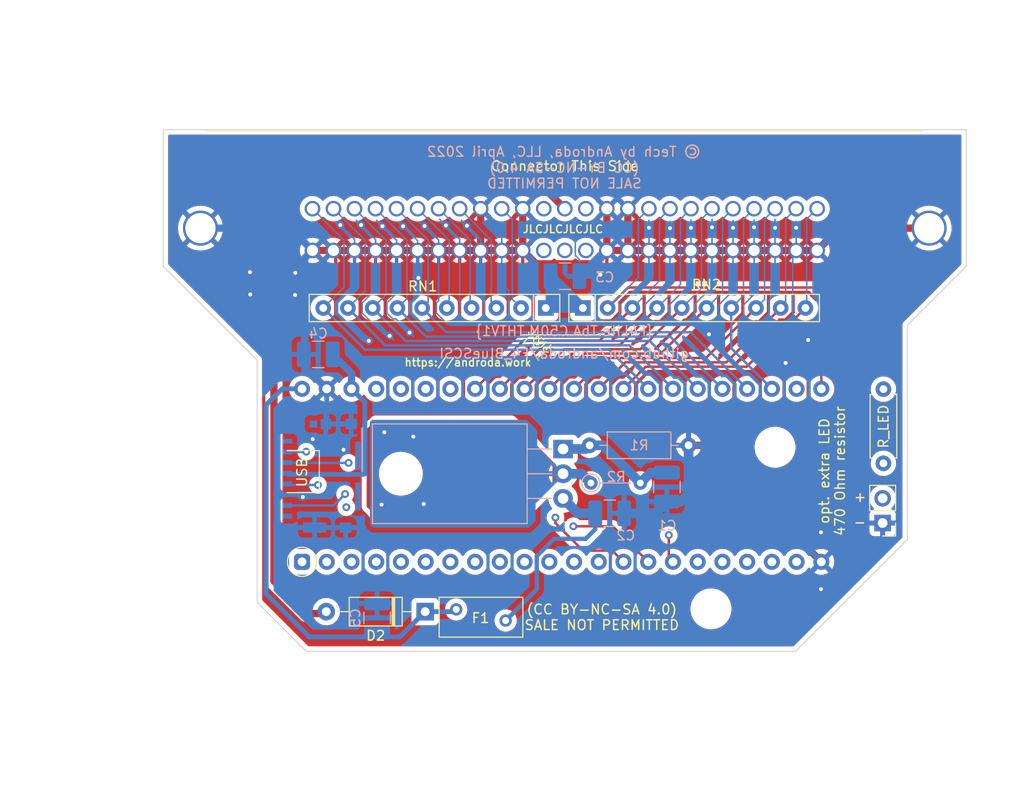
<source format=kicad_pcb>
(kicad_pcb (version 20211014) (generator pcbnew)
  (layers (0 "F.Cu" signal) (1 "In1.Cu" signal) (2 "In2.Cu" signal) (31 "B.Cu" signal) (34 "B.Paste" user) (35 "F.Paste" user) (36 "B.SilkS" user "B.Silkscreen") (37 "F.SilkS" user "F.Silkscreen") (38 "B.Mask" user) (39 "F.Mask" user) (44 "Edge.Cuts" user))
  (net 0 "")
  (net 1 "GND")
  (net 2 "+2V8")
  (net 3 "+5V")
  (net 4 "Net-(J5-Pad1)")
  (net 5 "Net-(J5-Pad8)")
  (net 6 "Net-(J5-Pad9)")
  (net 7 "SD_CS")
  (net 8 "SD_CLK")
  (net 9 "SD_MISO")
  (net 10 "SD_MOSI")
  (net 11 "ATN")
  (net 12 "BSY")
  (net 13 "DBP")
  (net 14 "ACK")
  (net 15 "RST")
  (net 16 "MSG")
  (net 17 "SEL")
  (net 18 "CD")
  (net 19 "REQ")
  (net 20 "IO")
  (net 21 "DB7")
  (net 22 "DB6")
  (net 23 "DB5")
  (net 24 "DB4")
  (net 25 "DB3")
  (net 26 "DB2")
  (net 27 "DB1")
  (net 28 "DB0")
  (net 29 "+3V3")
  (net 30 "+5VP")
  (net 31 "+5F")
  (net 32 "Net-(C1-Pad1)")
  (net 33 "Net-(R3-Pad1)")
  (net 34 "Net-(U2-Pad41)")
  (net 35 "Net-(U2-Pad40)")
  (net 36 "Net-(U2-Pad39)")
  (net 37 "Net-(U2-Pad38)")
  (net 38 "Net-(U2-Pad20)")
  (net 39 "Net-(U2-Pad19)")
  (net 40 "Net-(U2-Pad18)")
  (net 41 "Net-(U2-Pad17)")
  (net 42 "Net-(U2-Pad9)")
  (net 43 "Net-(U2-Pad8)")
  (net 44 "Net-(U2-Pad7)")
  (net 45 "Net-(U2-Pad6)")
  (net 46 "Net-(U2-Pad5)")
  (net 47 "Net-(U2-Pad4)")
  (net 48 "Net-(U2-Pad3)")
  (net 49 "Net-(U2-Pad2)")
  (net 50 "Net-(U2-Pad1)")
  (net 51 "Net-(J3-Pad2)")
  (net 52 "Net-(U3-Pad39)")
  (net 53 "Net-(U3-Pad37)")
  (net 54 "Net-(U3-Pad14)")
  (net 55 "Net-(U3-Pad13)")
  (net 56 "Net-(U3-Pad12)")
  (footprint "MountingHole:MountingHole_3.2mm_M3" (layer "F.Cu") (at 151.22144 79.13116)
    (fp_text reference "REF**" hide)
    (fp_text value "MountingHole_3.2mm_M3")
  )
  (footprint "MountingHole:MountingHole_3.2mm_M3" (layer "F.Cu") (at 157.80258 62.51448)
    (fp_text reference "REF**" hide)
    (fp_text value "MountingHole_3.2mm_M3")
  )
  (footprint "CustomFootprints:Fuse_BelFuse_0ZRE0005FF_L8.3mm_W3.8mm" (layer "F.Cu") (at 125.05182 79.1845)
    (fp_text reference "F1")
    (fp_text value "Polyfuse")
  )
  (footprint "CustomFootprints:SpaceshipBug" (layer "F.Cu") (at 136.57072 51.47056 -90)
    (fp_text reference "REF**" hide)
    (fp_text value "SpaceshipBug" hide)
  )
  (footprint "Resistor_THT:R_Array_SIP10" (layer "F.Cu") (at 134.2517 48.20412 180)
    (fp_text reference "RN1")
    (fp_text value "R_Network09")
  )
  (footprint "Resistor_THT:R_Array_SIP10" (layer "F.Cu") (at 138.0617 48.20412)
    (fp_text reference "RN2")
    (fp_text value "R_Network09")
  )
  (footprint "Diode_THT:D_A-405_P10.16mm_Horizontal" (layer "F.Cu") (at 121.86412 79.4131 180)
    (fp_text reference "D2")
    (fp_text value "D")
  )
  (footprint "CustomFootprints:F4Lite_Footprint" (layer "F.Cu") (at 106.676095 66.673742 90)
    (fp_text reference "U2" hide)
    (fp_text value "F4Lite_Footprint")
  )
  (footprint "CustomFootprints:Centronics50Male" (layer "F.Cu") (at 136.2075 25.12846)
    (fp_text reference "U3" hide)
    (fp_text value "Centronics50PinMale")
  )
  (footprint "Connector_PinHeader_2.54mm:PinHeader_1x02_P2.54mm_Vertical" (layer "F.Cu") (at 168.85412 70.3072 180)
    (fp_text reference "J3" hide)
    (fp_text value "Conn_01x02_Male")
  )
  (footprint "Resistor_THT:R_Axial_DIN0207_L6.3mm_D2.5mm_P7.62mm_Horizontal" (layer "F.Cu") (at 168.9354 56.54548 -90)
    (fp_text reference "R_LED")
    (fp_text value "R")
  )
  (footprint "Capacitor_SMD:C_1210_3225Metric_Pad1.42x2.65mm_HandSolder" (layer "B.Cu") (at 140.817835 69.302643)
    (fp_text reference "C2")
    (fp_text value "10uF")
  )
  (footprint "Capacitor_SMD:C_1210_3225Metric_Pad1.42x2.65mm_HandSolder" (layer "B.Cu") (at 136.22114 44.93768)
    (fp_text reference "C3")
    (fp_text value "10uF")
  )
  (footprint "CustomFootprints:microsd_molex_1051620001" (layer "B.Cu") (at 111.278573 65.553602 90)
    (fp_text reference "J5" hide)
    (fp_text value "MicroSD-105162-0001")
  )
  (footprint "Capacitor_SMD:C_1210_3225Metric_Pad1.42x2.65mm_HandSolder" (layer "B.Cu") (at 146.696334 66.608642 -90)
    (fp_text reference "C1")
    (fp_text value "10uF")
  )
  (footprint "Resistor_THT:R_Axial_DIN0207_L6.3mm_D2.5mm_P10.16mm_Horizontal" (layer "B.Cu") (at 138.758834 62.317642)
    (fp_text reference "R1")
    (fp_text value "154")
  )
  (footprint "Resistor_THT:R_Axial_DIN0204_L3.6mm_D1.6mm_P5.08mm_Vertical" (layer "B.Cu") (at 138.885834 66.191144)
    (fp_text reference "R2")
    (fp_text value "120")
  )
  (footprint "Package_TO_SOT_THT:TO-220-3_Horizontal_TabDown" (layer "B.Cu") (at 136.028334 62.698644 -90)
    (fp_text reference "U1" hide)
    (fp_text value "LD1117VCD-2.85")
  )
  (footprint "Capacitor_SMD:C_1210_3225Metric_Pad1.42x2.65mm_HandSolder" (layer "B.Cu") (at 110.87702 52.9717 180)
    (fp_text reference "C4")
    (fp_text value "10uF")
  )
  (footprint "Capacitor_SMD:C_1210_3225Metric_Pad1.42x2.65mm_HandSolder" (layer "B.Cu") (at 116.93144 80.05666 90)
    (fp_text reference "C5")
    (fp_text value "10uF")
  )
  (gr_line (start 159.91078 83.48726) (end 171.39464 72.00138) (layer "Edge.Cuts") (width 0.1))
  (gr_line (start 171.39464 49.9745) (end 171.39464 72.00138) (layer "Edge.Cuts") (width 0.1))
  (gr_line (start 104.61244 78.4479) (end 109.6518 83.48726) (layer "Edge.Cuts") (width 0.1))
  (gr_line (start 104.61244 53.57674) (end 104.61244 78.4479) (layer "Edge.Cuts") (width 0.1))
  (gr_line (start 177.45 29.8831) (end 94.965 29.8831) (layer "Edge.Cuts") (width 0.1))
  (gr_line (start 177.45 29.8831) (end 177.45 43.91914) (layer "Edge.Cuts") (width 0.1))
  (gr_line (start 94.965 43.9293) (end 104.61244 53.57674) (layer "Edge.Cuts") (width 0.1))
  (gr_line (start 109.6518 83.48726) (end 159.91078 83.48726) (layer "Edge.Cuts") (width 0.1))
  (gr_line (start 177.45 43.91914) (end 171.39464 49.9745) (layer "Edge.Cuts") (width 0.1))
  (gr_line (start 94.965 29.8831) (end 94.965 43.9293) (layer "Edge.Cuts") (width 0.1))
  (gr_text "© Tech by Androda, LLC, April 2022" (at 136.11 32.14) (layer "B.SilkS") (effects (font (size 1 1)) (justify mirror)))
  (gr_text "github.com/androda/F4_BlueSCSI" (at 136.13384 52.89042) (layer "B.SilkS") (effects (font (size 1 1)) (justify mirror)))
  (gr_text "{F4Lite.TbA.C50M.THTV1}" (at 136.13384 50.5714) (layer "B.SilkS") (effects (font (size 1 1)) (justify mirror)))
  (gr_text "(CC BY-NC-SA 4.0)\nSALE NOT PERMITTED" (at 136.16 34.6) (layer "B.SilkS") (effects (font (size 1 1)) (justify mirror)))
  (gr_text "JLCJLCJLCJLC" (at 136.017 40.10152) (layer "F.SilkS") (effects (font (size 0.8 0.8))))
  (gr_text "-" (at 166.51 70.22) (layer "F.SilkS") (effects (font (size 1 1))))
  (gr_text "https://androda.work" (at 126.25578 53.79974) (layer "F.SilkS") (effects (font (size 0.8 0.8))))
  (gr_text "+" (at 166.54 67.62) (layer "F.SilkS") (effects (font (size 1 1))))
  (gr_text "Connector This Side" (at 136.21 33.62) (layer "F.SilkS") (effects (font (size 1 1))))
  (gr_text "opt. extra LED\n470 Ohm resistor" (at 163.67 64.96 90) (layer "F.SilkS") (effects (font (size 1 1))))
  (gr_text "(CC BY-NC-SA 4.0)\nSALE NOT PERMITTED" (at 140.01 79.99) (layer "F.SilkS") (effects (font (size 1 1))))
  (segment (start 161.206096 51.493504) (end 161.206096 65.481116) (width 0.33) (layer "F.Cu") (net 1))
  (segment (start 151.01951 50.91049) (end 150.59787 50.91049) (width 0.33) (layer "F.Cu") (net 1))
  (segment (start 139.86256 44.78274) (end 139.436699 45.208601) (width 0.33) (layer "F.Cu") (net 1))
  (segment (start 121.412 44.87164) (end 122.81408 46.27372) (width 0.33) (layer "F.Cu") (net 1))
  (segment (start 155.79344 49.6189) (end 152.110624 53.301716) (width 0.33) (layer "F.Cu") (net 1))
  (segment (start 131.8875 45.2608) (end 132.95376 46.32706) (width 0.33) (layer "F.Cu") (net 1))
  (segment (start 142.20698 55.30342) (end 143.22298 54.28742) (width 0.33) (layer "F.Cu") (net 1))
  (segment (start 157.12673 48.643292) (end 156.151122 49.6189) (width 0.33) (layer "F.Cu") (net 1))
  (segment (start 151.046096 56.075664) (end 151.046096 57.967964) (width 0.33) (layer "F.Cu") (net 1))
  (segment (start 143.474524 56.054111) (end 144.79689 54.731745) (width 0.33) (layer "F.Cu") (net 1))
  (segment (start 118.9275 42.28846) (end 118.9275 45.13034) (width 0.33) (layer "F.Cu") (net 1))
  (segment (start 123.093396 58.407384) (end 120.604196 58.407384) (width 0.33) (layer "F.Cu") (net 1))
  (segment (start 157.12673 46.59101) (end 159.65953 46.59101) (width 0.33) (layer "F.Cu") (net 1))
  (segment (start 139.152499 43.663461) (end 140.5275 42.28846) (width 0.75) (layer "F.Cu") (net 1))
  (segment (start 123.16206 58.33872) (end 123.16206 55.21198) (width 0.33) (layer "F.Cu") (net 1))
  (segment (start 117.99316 58.293) (end 118.026096 58.260064) (width 0.33) (layer "F.Cu") (net 1))
  (segment (start 144.35307 48.716952) (end 143.415562 49.65446) (width 0.33) (layer "F.Cu") (net 1))
  (segment (start 140.939436 58.407384) (end 138.358796 58.407384) (width 0.33) (layer "F.Cu") (net 1))
  (segment (start 134.044894 55.323741) (end 134.536179 55.323741) (width 0.33) (layer "F.Cu") (net 1))
  (segment (start 157.12673 46.59101) (end 157.12673 48.643292) (width 0.33) (layer "F.Cu") (net 1))
  (segment (start 140.939436 58.407384) (end 143.474524 58.407384) (width 0.33) (layer "F.Cu") (net 1))
  (segment (start 146.91593 48.694092) (end 146.008902 49.60112) (width 0.33) (layer "F.Cu") (net 1))
  (segment (start 129.44856 46.34738) (end 129.84734 46.34738) (width 0.33) (layer "F.Cu") (net 1))
  (segment (start 160.06826 50.19548) (end 161.206096 51.333316) (width 0.33) (layer "F.Cu") (net 1))
  (segment (start 159.65953 46.59101) (end 161.25677 46.59101) (width 0.33) (layer "F.Cu") (net 1))
  (segment (start 152.00355 49.50481) (end 150.59787 50.91049) (width 0.33) (layer "F.Cu") (net 1))
  (segment (start 112.10036 52.81168) (end 112.04448 52.7558) (width 0.5) (layer "F.Cu") (net 1))
  (segment (start 116.7675 42.28846) (end 116.7675 44.7712) (width 0.33) (layer "F.Cu") (net 1))
  (segment (start 148.539025 54.731745) (end 148.539025 57.967705) (width 0.33) (layer "F.Cu") (net 1))
  (segment (start 128.054016 58.407384) (end 128.054016 57.812856) (width 0.33) (layer "F.Cu") (net 1))
  (segment (start 151.066325 54.731745) (end 153.608865 54.731745) (width 0.33) (layer "F.Cu") (net 1))
  (segment (start 127.5675 42.28846) (end 127.5675 44.46632) (width 0.33) (layer "F.Cu") (net 1))
  (segment (start 143.415562 49.65446) (end 142.875 49.65446) (width 0.33) (layer "F.Cu") (net 1))
  (segment (start 123.2475 42.28846) (end 123.2475 44.07316) (width 0.33) (layer "F.Cu") (net 1))
  (segment (start 120.604196 58.407384) (end 120.220824 58.407384) (width 0.33) (layer "F.Cu") (net 1))
  (segment (start 117.76456 45.76826) (end 117.76456 49.71034) (width 0.33) (layer "F.Cu") (net 1))
  (segment (start 146.91593 46.59101) (end 149.59097 46.59101) (width 0.33) (layer "F.Cu") (net 1))
  (segment (start 118.026096 58.260064) (end 118.026096 55.605764) (width 0.33) (layer "F.Cu") (net 1))
  (segment (start 125.4075 43.57886) (end 127.88392 46.05528) (width 0.33) (layer "F.Cu") (net 1))
  (segment (start 140.5275 37.99846) (end 140.5275 42.28846) (width 0.75) (layer "F.Cu") (net 1))
  (segment (start 125.4075 42.28846) (end 125.4075 43.57886) (width 0.33) (layer "F.Cu") (net 1))
  (segment (start 161.206096 51.333316) (end 161.206096 51.493504) (width 0.33) (layer "F.Cu") (net 1))
  (segment (start 154.49275 46.59101) (end 154.49275 48.737272) (width 0.33) (layer "F.Cu") (net 1))
  (segment (start 158.88716 54.83352) (end 158.7246 54.99608) (width 0.33) (layer "F.Cu") (net 1))
  (segment (start 158.7246 54.99608) (end 158.7246 58.15584) (width 0.33) (layer "F.Cu") (net 1))
  (segment (start 156.286094 55.064554) (end 156.286094 57.718854) (width 0.33) (layer "F.Cu") (net 1))
  (segment (start 114.6075 42.28846) (end 114.6075 46.20784) (width 0.33) (layer "F.Cu") (net 1))
  (segment (start 161.25677 46.59101) (end 162.0266 47.36084) (width 0.33) (layer "F.Cu") (net 1))
  (segment (start 138.358796 58.407384) (end 135.877384 58.407384) (width 0.33) (layer "F.Cu") (net 1))
  (segment (start 140.939436 56.049199) (end 141.685215 55.30342) (width 0.33) (layer "F.Cu") (net 1))
  (segment (start 133.250856 58.407384) (end 133.266096 58.392144) (width 0.33) (layer "F.Cu") (net 1))
  (segment (start 149.59097 46.59101) (end 152.00355 46.59101) (width 0.33) (layer "F.Cu") (net 1))
  (segment (start 121.0875 42.28846) (end 121.0875 44.54714) (width 0.33) (layer "F.Cu") (net 1))
  (segment (start 148.539025 54.731745) (end 151.066325 54.731745) (width 0.33) (layer "F.Cu") (net 1))
  (segment (start 140.989003 49.541019) (end 141.86408 48.665942) (width 0.33) (layer "F.Cu") (net 1))
  (segment (start 132.064759 55.323741) (end 134.906801 52.481699) (width 0.33) (layer "F.Cu") (net 1))
  (segment (start 122.81408 46.27372) (end 122.81408 49.6189) (width 0.33) (layer "F.Cu") (net 1))
  (segment (start 156.151122 49.6189) (end 155.79344 49.6189) (width 0.33) (layer "F.Cu") (net 1))
  (segment (start 139.436699 49.541019) (end 140.989003 49.541019) (width 0.33) (layer "F.Cu") (net 1))
  (segment (start 125.864704 58.407384) (end 125.806094 58.348774) (width 0.33) (layer "F.Cu") (net 1))
  (segment (start 129.056335 55.2323) (end 129.52222 55.2323) (width 0.33) (layer "F.Cu") (net 1))
  (segment (start 134.536179 55.323741) (end 136.928211 52.931709) (width 0.33) (layer "F.Cu") (net 1))
  (segment (start 152.319532 50.91049) (end 151.01951 50.91049) (width 0.33) (layer "F.Cu") (net 1))
  (segment (start 117.99316 58.293) (end 115.11026 58.293) (width 0.33) (layer "F.Cu") (net 1))
  (segment (start 158.26232 49.43856) (end 153.949155 53.751725) (width 0.33) (layer "F.Cu") (net 1))
  (segment (start 148.693682 49.45634) (end 148.4884 49.45634) (width 0.33) (layer "F.Cu") (net 1))
  (segment (start 130.743876 58.407384) (end 128.054016 58.407384) (width 0.33) (layer "F.Cu") (net 1))
  (segment (start 146.085735 54.731745) (end 146.085735 58.056605) (width 0.33) (layer "F.Cu") (net 1))
  (segment (start 135.877384 58.407384) (end 133.250856 58.407384) (width 0.33) (layer "F.Cu") (net 1))
  (segment (start 112.6744 42.51536) (end 112.6744 49.0728) (width 0.33) (layer "F.Cu") (net 1))
  (segment (start 151.066325 54.731745) (end 151.066325 56.055435) (width 0.33) (layer "F.Cu") (net 1))
  (segment (start 131.8875 42.28846) (end 110.2875 42.28846) (width 0.75) (layer "F.Cu") (net 1))
  (segment (start 131.8875 42.28846) (end 131.8875 45.2608) (width 0.33) (layer "F.Cu") (net 1))
  (segment (start 114.6075 46.20784) (end 115.18392 46.78426) (width 0.33) (layer "F.Cu") (net 1))
  (segment (start 159.65953 48.650492) (end 158.871462 49.43856) (width 0.33) (layer "F.Cu") (net 1))
  (segment (start 146.91593 46.59101) (end 146.91593 48.694092) (width 0.33) (layer "F.Cu") (net 1))
  (segment (start 139.436699 45.208601) (end 139.436699 49.541019) (width 0.33) (layer "F.Cu") (net 1))
  (segment (start 139.697459 55.323741) (end 141.1351 53.8861) (width 0.33) (layer "F.Cu") (net 1))
  (segment (start 130.743876 56.084759) (end 131.504894 55.323741) (width 0.33) (layer "F.Cu") (net 1))
  (segment (start 125.806094 58.348774) (end 125.806094 55.620814) (width 0.33) (layer "F.Cu") (net 1))
  (segment (start 132.95376 46.32706) (end 132.95376 49.21758) (width 0.33) (layer "F.Cu") (net 1))
  (segment (start 142.907788 46.59101) (end 144.35307 46.59101) (width 0.33) (layer "F.Cu") (net 1))
  (segment (start 129.84734 46.34738) (end 130.39344 46.89348) (width 0.33) (layer "F.Cu") (net 1))
  (segment (start 135.877384 58.407384) (end 135.877384 56.031251) (width 0.33) (layer "F.Cu") (net 1))
  (segment (start 155.953285 54.731745) (end 156.286094 55.064554) (width 0.33) (layer "F.Cu") (net 1))
  (segment (start 131.504894 55.323741) (end 132.064759 55.323741) (width 0.33) (layer "F.Cu") (net 1))
  (segment (start 111.756095 53.044185) (end 112.04448 52.7558) (width 0.5) (layer "F.Cu") (net 1))
  (segment (start 159.65953 46.59101) (end 159.65953 48.650492) (width 0.33) (layer "F.Cu") (net 1))
  (segment (start 141.86408 48.665942) (end 141.86408 47.634718) (width 0.33) (layer "F.Cu") (net 1))
  (segment (start 133.266096 58.392144) (end 133.266096 56.102539) (width 0.33) (layer "F.Cu") (net 1))
  (segment (start 150.579995 62.317642) (end 162.556095 74.293742) (width 0.75) (layer "F.Cu") (net 1))
  (segment (start 153.608865 54.731745) (end 155.498975 54.731745) (width 0.33) (layer "F.Cu") (net 1))
  (segment (start 161.206096 65.481116) (end 166.03218 70.3072) (width 0.33) (layer "F.Cu") (net 1))
  (segment (start 138.358796 58.407384) (end 138.358796 56.089839) (width 0.33) (layer "F.Cu") (net 1))
  (segment (start 148.4884 49.45634) (end 145.543042 52.401698) (width 0.33) (layer "F.Cu") (net 1))
  (segment (start 148.918834 62.317642) (end 150.579995 62.317642) (width 0.75) (layer "F.Cu") (net 1))
  (segment (start 133.266096 56.102539) (end 134.044894 55.323741) (width 0.33) (layer "F.Cu") (net 1))
  (segment (start 150.59787 50.91049) (end 148.656653 52.851707) (width 0.33) (layer "F.Cu") (net 1))
  (segment (start 146.008902 49.60112) (end 145.4912 49.60112) (width 0.33) (layer "F.Cu") (net 1))
  (segment (start 127.88392 46.05528) (end 127.88392 49.3649) (width 0.33) (layer "F.Cu") (net 1))
  (segment (start 152.00355 46.59101) (end 152.00355 49.50481) (width 0.33) (layer "F.Cu") (net 1))
  (segment (start 133.250856 58.407384) (end 130.743876 58.407384) (width 0.33) (layer "F.Cu") (net 1))
  (segment (start 128.32334 55.965295) (end 129.056335 55.2323) (width 0.33) (layer "F.Cu") (net 1))
  (segment (start 153.608865 54.731745) (end 153.608865 56.385635) (width 0.33) (layer "F.Cu") (net 1))
  (segment (start 144.35307 46.59101) (end 144.35307 48.716952) (width 0.33) (layer "F.Cu") (net 1))
  (segment (start 155.498975 54.731745) (end 160.06826 50.16246) (width 0.33) (layer "F.Cu") (net 1))
  (segment (start 160.06826 50.16246) (end 160.06826 50.19548) (width 0.33) (layer "F.Cu") (net 1))
  (segment (start 123.093396 58.407384) (end 123.16206 58.33872) (width 0.33) (layer "F.Cu") (net 1))
  (segment (start 144.79689 54.731745) (end 146.085735 54.731745) (width 0.33) (layer "F.Cu") (net 1))
  (segment (start 142.6875 37.99846) (end 142.6875 42.28846) (width 0.75) (layer "F.Cu") (net 1))
  (segment (start 151.066325 56.055435) (end 151.046096 56.075664) (width 0.33) (layer "F.Cu") (net 1))
  (segment (start 135.877384 56.031251) (end 136.622995 55.28564) (width 0.33) (layer "F.Cu") (net 1))
  (segment (start 144.35307 46.59101) (end 146.91593 46.59101) (width 0.33) (layer "F.Cu") (net 1))
  (segment (start 154.49275 46.59101) (end 157.12673 46.59101) (width 0.33) (layer "F.Cu") (net 1))
  (segment (start 145.4912 49.60112) (end 143.18234 51.90998) (width 0.33) (layer "F.Cu") (net 1))
  (segment (start 127.5675 37.99846) (end 127.5675 42.28846) (width 0.75) (layer "F.Cu") (net 1))
  (segment (start 130.743876 58.407384) (end 130.743876 56.084759) (width 0.33) (layer "F.Cu") (net 1))
  (segment (start 166.03218 70.3072) (end 168.85412 70.3072) (width 0.33) (layer "F.Cu") (net 1))
  (segment (start 129.52222 55.2323) (end 132.7023 52.05222) (width 0.33) (layer "F.Cu") (net 1))
  (segment (start 120.604196 58.407384) (end 120.604196 55.463524) (width 0.33) (layer "F.Cu") (net 1))
  (segment (start 142.875 49.65446) (end 141.16558 51.36388) (width 0.33) (layer "F.Cu") (net 1))
  (segment (start 141.86408 47.634718) (end 142.907788 46.59101) (width 0.33) (layer "F.Cu") (net 1))
  (segment (start 120.28932 46.49216) (end 120.28932 49.78146) (width 0.33) (layer "F.Cu") (net 1))
  (segment (start 133.262501 43.663461) (end 139.152499 43.663461) (width 0.75) (layer "F.Cu") (net 1))
  (segment (start 154.49275 48.737272) (end 152.319532 50.91049) (width 0.33) (layer "F.Cu") (net 1))
  (segment (start 123.2475 44.07316) (end 125.39472 46.22038) (width 0.33) (layer "F.Cu") (net 1))
  (segment (start 139.124894 55.323741) (end 139.697459 55.323741) (width 0.33) (layer "F.Cu") (net 1))
  (segment (start 112.4475 42.28846) (end 112.6744 42.51536) (width 0.33) (layer "F.Cu") (net 1))
  (segment (start 125.864704 58.407384) (end 123.093396 58.407384) (width 0.33) (layer "F.Cu") (net 1))
  (segment (start 138.358796 56.089839) (end 139.124894 55.323741) (width 0.33) (layer "F.Cu") (net 1))
  (segment (start 118.9275 45.13034) (end 120.28932 46.49216) (width 0.33) (layer "F.Cu") (net 1))
  (segment (start 116.7675 44.7712) (end 117.76456 45.76826) (width 0.33) (layer "F.Cu") (net 1))
  (segment (start 131.8875 37.99846) (end 131.8875 42.28846) (width 0.75) (layer "F.Cu") (net 1))
  (segment (start 128.32334 57.543532) (end 128.32334 55.965295) (width 0.33) (layer "F.Cu") (net 1))
  (segment (start 149.59097 46.59101) (end 149.59097 48.559052) (width 0.33) (layer "F.Cu") (net 1))
  (segment (start 120.220824 58.407384) (end 120.10644 58.293) (width 0.33) (layer "F.Cu") (net 1))
  (segment (start 136.622995 55.28564) (end 137.24636 55.28564) (width 0.33) (layer "F.Cu") (net 1))
  (segment (start 149.59097 48.559052) (end 148.693682 49.45634) (width 0.33) (layer "F.Cu") (net 1))
  (segment (start 173.6325 39.99846) (end 164.4175 39.99846) (width 0.75) (layer "F.Cu") (net 1))
  (segment (start 155.498975 54.731745) (end 155.953285 54.731745) (width 0.33) (layer "F.Cu") (net 1))
  (segment (start 143.474524 58.407384) (end 143.474524 56.054111) (width 0.33) (layer "F.Cu") (net 1))
  (segment (start 152.00355 46.59101) (end 154.49275 46.59101) (width 0.33) (layer "F.Cu") (net 1))
  (segment (start 153.586096 56.408404) (end 153.586096 57.607284) (width 0.33) (layer "F.Cu") (net 1))
  (segment (start 128.054016 57.812856) (end 128.32334 57.543532) (width 0.33) (layer "F.Cu") (net 1))
  (segment (start 158.871462 49.43856) (end 158.26232 49.43856) (width 0.33) (layer "F.Cu") (net 1))
  (segment (start 162.1275 42.28846) (end 140.5275 42.28846) (width 0.75) (layer "F.Cu") (net 1))
  (segment (start 158.88716 53.85054) (end 158.88716 54.83352) (width 0.33) (layer "F.Cu") (net 1))
  (segment (start 140.939436 58.407384) (end 140.939436 56.049199) (width 0.33) (layer "F.Cu") (net 1))
  (segment (start 121.0875 44.54714) (end 121.412 44.87164) (width 0.33) (layer "F.Cu") (net 1))
  (segment (start 131.8875 42.28846) (end 133.262501 43.663461) (width 0.75) (layer "F.Cu") (net 1))
  (segment (start 115.18392 46.78426) (end 115.18392 49.34458) (width 0.33) (layer "F.Cu") (net 1))
  (segment (start 140.5275 44.1178) (end 139.86256 44.78274) (width 0.33) (layer "F.Cu") (net 1))
  (segment (start 130.39344 46.89348) (end 130.39344 49.40046) (width 0.33) (layer "F.Cu") (net 1))
  (segment (start 128.054016 58.407384) (end 125.864704 58.407384) (width 0.33) (layer "F.Cu") (net 1))
  (segment (start 153.608865 56.385635) (end 153.586096 56.408404) (width 0.33) (layer "F.Cu") (net 1))
  (segment (start 140.5275 42.28846) (end 140.5275 44.1178) (width 0.33) (layer "F.Cu") (net 1))
  (segment (start 146.085735 54.731745) (end 148.539025 54.731745) (width 0.33) (layer "F.Cu") (net 1))
  (segment (start 120.10644 58.293) (end 117.99316 58.293) (width 0.33) (layer "F.Cu") (net 1))
  (segment (start 125.39472 46.22038) (end 125.39472 49.78146) (width 0.33) (layer "F.Cu") (net 1))
  (segment (start 164.4175 39.99846) (end 162.1275 42.28846) (width 0.75) (layer "F.Cu") (net 1))
  (segment (start 127.5675 44.46632) (end 129.44856 46.34738) (width 0.33) (layer "F.Cu") (net 1))
  (segment (start 141.685215 55.30342) (end 142.20698 55.30342) (width 0.33) (layer "F.Cu") (net 1))
  (segment (start 137.24636 55.28564) (end 139.150282 53.381718) (width 0.33) (layer "F.Cu") (net 1))
  (via (at 117.475 39.79672) (size 0.8) (drill 0.4) (layers "F.Cu" "B.Cu") (net 1))
  (via (at 121.16816 45.11548) (size 0.8) (drill 0.4) (layers "F.Cu" "B.Cu") (net 1))
  (via (at 108.52404 44.59478) (size 0.8) (drill 0.4) (layers "F.Cu" "B.Cu") (net 1))
  (via (at 121.79935 39.77513) (size 0.8) (drill 0.4) (layers "F.Cu" "B.Cu") (net 1))
  (via (at 108.49864 46.86554) (size 0.8) (drill 0.4) (layers "F.Cu" "B.Cu") (net 1))
  (via (at 147.0075 40.00508) (size 0.8) (drill 0.4) (layers "F.Cu" "B.Cu") (net 1))
  (via (at 113.15065 39.67353) (size 0.8) (drill 0.4) (layers "F.Cu" "B.Cu") (net 1))
  (via (at 153.4875 39.9589) (size 0.8) (drill 0.4) (layers "F.Cu" "B.Cu") (net 1))
  (via (at 120.26519 50.72507) (size 0.8) (drill 0.4) (layers "F.Cu" "B.Cu") (net 1))
  (via (at 113.47958 62.7761) (size 0.8) (drill 0.4) (layers "F.Cu" "B.Cu") (net 1))
  (via (at 155.6475 39.90964) (size 0.8) (drill 0.4) (layers "F.Cu" "B.Cu") (net 1))
  (via (at 103.89362 46.81728) (size 0.8) (drill 0.4) (layers "F.Cu" "B.Cu") (net 1))
  (via (at 126.153985 39.743575) (size 0.8) (drill 0.4) (layers "F.Cu" "B.Cu") (net 1))
  (via (at 118.21541 51.06797) (size 0.8) (drill 0.4) (layers "F.Cu" "B.Cu") (net 1))
  (via (at 103.86822 44.51858) (size 0.8) (drill 0.4) (layers "F.Cu" "B.Cu") (net 1))
  (via (at 123.9901 39.71544) (size 0.8) (drill 0.4) (layers "F.Cu" "B.Cu") (net 1))
  (via (at 119.60098 39.8018) (size 0.8) (drill 0.4) (layers "F.Cu" "B.Cu") (net 1))
  (via (at 139.86256 44.78274) (size 0.8) (drill 0.4) (layers "F.Cu" "B.Cu") (net 1))
  (via (at 159.9675 39.95336) (size 0.8) (drill 0.4) (layers "F.Cu" "B.Cu") (net 1))
  (via (at 149.1675 39.95582) (size 0.8) (drill 0.4) (layers "F.Cu" "B.Cu") (net 1))
  (via (at 162.51428 71.26986) (size 0.8) (drill 0.4) (layers "F.Cu" "B.Cu") (net 1))
  (via (at 115.28552 39.67226) (size 0.8) (drill 0.4) (layers "F.Cu" "B.Cu") (net 1))
  (via (at 157.8075 39.96198) (size 0.8) (drill 0.4) (layers "F.Cu" "B.Cu") (net 1))
  (via (at 161.206096 51.493504) (size 0.8) (drill 0.4) (layers "F.Cu" "B.Cu") (net 1))
  (via (at 109.29874 67.6275) (size 0.8) (drill 0.4) (layers "F.Cu" "B.Cu") (net 1))
  (via (at 116.07292 51.5747) (size 0.8) (drill 0.4) (layers "F.Cu" "B.Cu") (net 1))
  (via (at 151.01951 50.91049) (size 0.8) (drill 0.4) (layers "F.Cu" "B.Cu") (net 1))
  (via (at 162.51428 77.10678) (size 0.8) (drill 0.4) (layers "F.Cu" "B.Cu") (net 1))
  (via (at 158.88716 53.85054) (size 0.8) (drill 0.4) (layers "F.Cu" "B.Cu") (net 1))
  (via (at 151.3275 39.90656) (size 0.8) (drill 0.4) (layers "F.Cu" "B.Cu") (net 1))
  (via (at 144.8475 39.95274) (size 0.8) (drill 0.4) (layers "F.Cu" "B.Cu") (net 1))
  (via (at 110.31474 61.67882) (size 0.8) (drill 0.4) (layers "F.Cu" "B.Cu") (net 1))
  (segment (start 118.21541 51.06797) (end 118.64848 51.50104) (width 0.155) (layer "B.Cu") (net 1))
  (segment (start 120.26519 50.72507) (end 120.6754 51.13528) (width 0.155) (layer "B.Cu") (net 1))
  (segment (start 116.07292 51.5747) (end 116.07292 51.5747) (width 0.33) (layer "B.Cu") (net 1))
  (segment (start 113.15065 39.67353) (end 112.78362 39.3065) (width 0.155) (layer "B.Cu") (net 1))
  (segment (start 115.28552 39.67226) (end 114.78768 39.17442) (width 0.155) (layer "B.Cu") (net 1))
  (segment (start 117.475 39.79672) (end 116.86032 39.18204) (width 0.155) (layer "B.Cu") (net 1))
  (segment (start 119.60098 39.8018) (end 119.15902 39.35984) (width 0.155) (layer "B.Cu") (net 1))
  (segment (start 121.79935 39.77513) (end 121.40946 39.38524) (width 0.155) (layer "B.Cu") (net 1))
  (segment (start 123.9901 39.71544) (end 123.350621 39.075961) (width 0.155) (layer "B.Cu") (net 1))
  (segment (start 126.153985 39.743575) (end 125.58737 39.17696) (width 0.155) (layer "B.Cu") (net 1))
  (segment (start 159.9675 39.95336) (end 159.9675 39.3048) (width 0.155) (layer "B.Cu") (net 1))
  (segment (start 157.8075 39.96198) (end 157.8075 39.103741) (width 0.155) (layer "B.Cu") (net 1))
  (segment (start 155.6475 39.90964) (end 155.6475 39.1504) (width 0.155) (layer "B.Cu") (net 1))
  (segment (start 153.4875 39.9589) (end 153.4875 39.21214) (width 0.155) (layer "B.Cu") (net 1))
  (segment (start 151.3275 39.90656) (end 151.3275 39.107061) (width 0.155) (layer "B.Cu") (net 1))
  (segment (start 149.1675 39.95582) (end 149.1675 39.155621) (width 0.155) (layer "B.Cu") (net 1))
  (segment (start 147.0075 40.00508) (end 147.0075 39.29372) (width 0.155) (layer "B.Cu") (net 1))
  (segment (start 144.8475 39.95274) (end 144.8475 39.19074) (width 0.155) (layer "B.Cu") (net 1))
  (segment (start 128.30048 58.37174) (end 125.73 58.37174) (width 0.33) (layer "B.Cu") (net 1))
  (segment (start 146.9009 47.930218) (end 146.9009 49.30902) (width 0.155) (layer "B.Cu") (net 1))
  (segment (start 118.04396 58.37174) (end 118.04396 55.36692) (width 0.33) (layer "B.Cu") (net 1))
  (segment (start 147.887296 55.323741) (end 147.454621 55.323741) (width 0.33) (layer "B.Cu") (net 1))
  (segment (start 123.2475 47.453618) (end 123.014199 47.686919) (width 0.155) (layer "B.Cu") (net 1))
  (segment (start 151.3275 46.043618) (end 149.5552 47.815918) (width 0.155) (layer "B.Cu") (net 1))
  (segment (start 131.8875 42.28846) (end 132.96392 43.36488) (width 0.155) (layer "B.Cu") (net 1))
  (segment (start 127.5675 42.28846) (end 127.5675 46.59992) (width 0.155) (layer "B.Cu") (net 1))
  (segment (start 107.323571 70.768602) (end 113.698573 70.768602) (width 0.5) (layer "B.Cu") (net 1))
  (segment (start 144.44726 47.843858) (end 144.44726 49.18202) (width 0.155) (layer "B.Cu") (net 1))
  (segment (start 143.5862 56.59628) (end 143.5735 56.58358) (width 0.33) (layer "B.Cu") (net 1))
  (segment (start 140.91158 58.37174) (end 138.43762 58.37174) (width 0.33) (layer "B.Cu") (net 1))
  (segment (start 130.449991 46.429331) (end 130.449991 49.330011) (width 0.155) (layer "B.Cu") (net 1))
  (segment (start 129.7275 45.70684) (end 130.449991 46.429331) (width 0.155) (layer "B.Cu") (net 1))
  (segment (start 106.758572 67.883601) (end 106.758572 68.318548) (width 0.5) (layer "B.Cu") (net 1))
  (segment (start 141.83106 47.920058) (end 141.83106 49.22012) (width 0.155) (layer "B.Cu") (net 1))
  (segment (start 144.3101 58.37174) (end 143.5862 58.37174) (width 0.33) (layer "B.Cu") (net 1))
  (segment (start 116.96954 49.8221) (end 118.21541 51.06797) (width 0.155) (layer "B.Cu") (net 1))
  (segment (start 106.758572 66.514812) (end 106.758572 59.977188) (width 0.5) (layer "B.Cu") (net 1))
  (segment (start 147.0075 42.28846) (end 147.0075 40.00508) (width 0.155) (layer "B.Cu") (net 1))
  (segment (start 153.69286 58.37174) (end 153.69286 56.049305) (width 0.33) (layer "B.Cu") (net 1))
  (segment (start 161.29508 58.37174) (end 161.62782 58.37174) (width 0.33) (layer "B.Cu") (net 1))
  (segment (start 127.5675 42.28846) (end 127.5675 41.15709) (width 0.155) (layer "B.Cu") (net 1))
  (segment (start 116.7675 42.28846) (end 116.7675 41.15424) (width 0.155) (layer "B.Cu") (net 1))
  (segment (start 114.6075 42.28846) (end 114.6075 41.13038) (width 0.155) (layer "B.Cu") (net 1))
  (segment (start 151.22906 58.37174) (end 153.69286 58.37174) (width 0.33) (layer "B.Cu") (net 1))
  (segment (start 116.7675 46.313618) (end 115.394199 47.686919) (width 0.155) (layer "B.Cu") (net 1))
  (segment (start 149.1675 42.28846) (end 149.1675 39.95582) (width 0.155) (layer "B.Cu") (net 1))
  (segment (start 109.487501 54.245148) (end 111.756095 56.513742) (width 0.75) (layer "B.Cu") (net 1))
  (segment (start 157.8075 42.28846) (end 157.8075 39.96198) (width 0.155) (layer "B.Cu") (net 1))
  (segment (start 161.29508 58.37174) (end 161.29508 55.4736) (width 0.33) (layer "B.Cu") (net 1))
  (segment (start 148.918834 67.301014) (end 148.123706 68.096142) (width 1) (layer "B.Cu") (net 1))
  (segment (start 118.9275 41.24922) (end 117.475 39.79672) (width 0.155) (layer "B.Cu") (net 1))
  (segment (start 116.93144 78.56916) (end 119.42892 78.56916) (width 0.33) (layer "B.Cu") (net 1))
  (segment (start 121.0875 42.28846) (end 121.0875 46.944118) (width 0.33) (layer "B.Cu") (net 1))
  (segment (start 150.307915 55.20436) (end 149.66696 55.20436) (width 0.33) (layer "B.Cu") (net 1))
  (segment (start 122.103338 50.47996) (end 122.40006 50.47996) (width 0.33) (layer "B.Cu") (net 1))
  (segment (start 147.454621 55.323741) (end 144.214228 52.083348) (width 0.33) (layer "B.Cu") (net 1))
  (segment (start 114.6075 45.933618) (end 112.854199 47.686919) (width 0.155) (layer "B.Cu") (net 1))
  (segment (start 121.0875 45.03482) (end 121.16816 45.11548) (width 0.33) (layer "B.Cu") (net 1))
  (segment (start 123.2475 42.28846) (end 123.2475 47.453618) (width 0.155) (layer "B.Cu") (net 1))
  (segment (start 155.6475 42.28846) (end 155.6475 39.90964) (width 0.155) (layer "B.Cu") (net 1))
  (segment (start 112.766699 48.763321) (end 115.578078 51.5747) (width 0.33) (layer "B.Cu") (net 1))
  (segment (start 116.93144 78.56916) (end 116.93144 77.1398) (width 0.33) (layer "B.Cu") (net 1))
  (segment (start 114.268573 60.123602) (end 111.668573 60.123602) (width 0.5) (layer "B.Cu") (net 1))
  (segment (start 129.7275 42.28846) (end 129.7275 45.70684) (width 0.155) (layer "B.Cu") (net 1))
  (segment (start 156.28112 58.37174) (end 156.28112 56.097565) (width 0.33) (layer "B.Cu") (net 1))
  (segment (start 142.305335 69.302643) (end 142.305335 71.482515) (width 0.33) (layer "B.Cu") (net 1))
  (segment (start 132.96392 43.36488) (end 132.96392 49.38268) (width 0.155) (layer "B.Cu") (net 1))
  (segment (start 155.100895 54.91734) (end 154.73934 54.91734) (width 0.33) (layer "B.Cu") (net 1))
  (segment (start 98.7825 39.99846) (end 107.9975 39.99846) (width 0.75) (layer "B.Cu") (net 1))
  (segment (start 130.79222 73.14438) (end 130.29692 72.64908) (width 0.33) (layer "B.Cu") (net 1))
  (segment (start 120.386699 47.644919) (end 120.386699 48.763321) (width 0.33) (layer "B.Cu") (net 1))
  (segment (start 107.708573 67.393602) (end 107.248571 67.393602) (width 0.5) (layer "B.Cu") (net 1))
  (segment (start 123.19 58.37174) (end 120.59412 58.37174) (width 0.33) (layer "B.Cu") (net 1))
  (segment (start 121.0875 46.944118) (end 120.386699 47.644919) (width 0.33) (layer "B.Cu") (net 1))
  (segment (start 114.6075 41.13038) (end 113.15065 39.67353) (width 0.155) (layer "B.Cu") (net 1))
  (segment (start 112.854199 48.721321) (end 116.042858 51.90998) (width 0.155) (layer "B.Cu") (net 1))
  (segment (start 108.49864 46.86554) (end 108.49864 47.73422) (width 0.25) (layer "B.Cu") (net 1))
  (segment (start 137.87828 44.93768) (end 140.5275 42.28846) (width 1) (layer "B.Cu") (net 1))
  (segment (start 140.886096 72.826964) (end 140.886096 75.496504) (width 0.33) (layer "B.Cu") (net 1))
  (segment (start 148.123706 68.096142) (end 146.696334 68.096142) (width 1) (layer "B.Cu") (net 1))
  (segment (start 155.6475 42.28846) (end 155.6475 46.803618) (width 0.155) (layer "B.Cu") (net 1))
  (segment (start 122.232838 50.47996) (end 122.40006 50.47996) (width 0.155) (layer "B.Cu") (net 1))
  (segment (start 106.758572 67.673052) (end 106.758572 68.318548) (width 0.5) (layer "B.Cu") (net 1))
  (segment (start 116.494978 49.8221) (end 116.96954 49.8221) (width 0.155) (layer "B.Cu") (net 1))
  (segment (start 114.6075 42.28846) (end 114.6075 45.933618) (width 0.155) (layer "B.Cu") (net 1))
  (segment (start 143.5862 58.37174) (end 143.5862 56.59628) (width 0.33) (layer "B.Cu") (net 1))
  (segment (start 143.5735 56.089945) (end 142.474555 54.991) (width 0.33) (layer "B.Cu") (net 1))
  (segment (start 118.9275 46.693618) (end 117.934199 47.686919) (width 0.155) (layer "B.Cu") (net 1))
  (segment (start 114.6075 45.804118) (end 112.766699 47.644919) (width 0.33) (layer "B.Cu") (net 1))
  (segment (start 139.41044 47.10938) (end 139.41044 49.24044) (width 0.33) (layer "B.Cu") (net 1))
  (segment (start 123.2475 42.28846) (end 123.2475 41.22328) (width 0.155) (layer "B.Cu") (net 1))
  (segment (start 145.489833 69.302643) (end 146.696334 68.096142) (width 1) (layer "B.Cu") (net 1))
  (segment (start 156.28112 56.097565) (end 155.100895 54.91734) (width 0.33) (layer "B.Cu") (net 1))
  (segment (start 156.28112 58.37174) (end 158.75508 58.37174) (width 0.33) (layer "B.Cu") (net 1))
  (segment (start 146.0246 58.37174) (end 146.0246 56.001045) (width 0.33) (layer "B.Cu") (net 1))
  (segment (start 114.6075 42.28846) (end 114.6075 45.804118) (width 0.33) (layer "B.Cu") (net 1))
  (segment (start 146.9263 58.37174) (end 146.0246 58.37174) (width 0.33) (layer "B.Cu") (net 1))
  (segment (start 153.4875 42.28846) (end 153.4875 39.9589) (width 0.155) (layer "B.Cu") (net 1))
  (segment (start 127.5675 41.15709) (end 126.153985 39.743575) (width 0.155) (layer "B.Cu") (net 1))
  (segment (start 130.81 58.37174) (end 128.30048 58.37174) (width 0.33) (layer "B.Cu") (net 1))
  (segment (start 151.3275 42.28846) (end 151.3275 46.043618) (width 0.155) (layer "B.Cu") (net 1))
  (segment (start 142.474555 54.991) (end 142.18158 54.991) (width 0.33) (layer "B.Cu") (net 1))
  (segment (start 128.74498 72.64908) (end 128.31826 73.0758) (width 0.33) (layer "B.Cu") (net 1))
  (segment (start 143.426096 72.603276) (end 143.426096 75.496504) (width 0.33) (layer "B.Cu") (net 1))
  (segment (start 129.7275 42.28846) (end 129.7275 40.73352) (width 0.155) (layer "B.Cu") (net 1))
  (segment (start 149.66696 55.20436) (end 146.10842 51.64582) (width 0.33) (layer "B.Cu") (net 1))
  (segment (start 151.22906 57.90184) (end 151.046096 57.718876) (width 0.33) (layer "B.Cu") (net 1))
  (segment (start 159.62122 42.63474) (end 159.62122 49.3649) (width 0.155) (layer "B.Cu") (net 1))
  (segment (start 121.0875 41.28832) (end 119.60098 39.8018) (width 0.155) (layer "B.Cu") (net 1))
  (segment (start 128.81102 76.9366) (end 130.79222 74.9554) (width 0.33) (layer "B.Cu") (net 1))
  (segment (start 146.0246 58.37174) (end 144.3101 58.37174) (width 0.33) (layer "B.Cu") (net 1))
  (segment (start 149.1675 45.663618) (end 146.9009 47.930218) (width 0.155) (layer "B.Cu") (net 1))
  (segment (start 121.0875 42.28846) (end 121.0875 45.03482) (width 0.33) (layer "B.Cu") (net 1))
  (segment (start 115.316 53.0987) (end 115.316 53.52542) (width 0.25) (layer "B.Cu") (net 1))
  (segment (start 127.5675 46.59992) (end 127.9271 46.95952) (width 0.155) (layer "B.Cu") (net 1))
  (segment (start 144.8475 42.28846) (end 144.8475 39.95274) (width 0.155) (layer "B.Cu") (net 1))
  (segment (start 153.69286 58.37174) (end 156.28112 58.37174) (width 0.33) (layer "B.Cu") (net 1))
  (segment (start 139.86256 46.65726) (end 139.41044 47.10938) (width 0.33) (layer "B.Cu") (net 1))
  (segment (start 130.81 58.37174) (end 130.81 54.96052) (width 0.33) (layer "B.Cu") (net 1))
  (segment (start 140.91158 58.37174) (end 140.91158 55.21452) (width 0.33) (layer "B.Cu") (net 1))
  (segment (start 106.758572 67.673052) (end 106.863847 67.778327) (width 0.5) (layer "B.Cu") (net 1))
  (segment (start 107.248571 67.393602) (end 106.863847 67.778327) (width 0.5) (layer "B.Cu") (net 1))
  (segment (start 149.1675 42.28846) (end 149.1675 45.663618) (width 0.155) (layer "B.Cu") (net 1))
  (segment (start 157.8075 42.28846) (end 157.8075 46.79862) (width 0.155) (layer "B.Cu") (net 1))
  (segment (start 159.9675 42.28846) (end 159.62122 42.63474) (width 0.155) (layer "B.Cu") (net 1))
  (segment (start 148.55952 58.37174) (end 151.22906 58.37174) (width 0.33) (layer "B.Cu") (net 1))
  (segment (start 119.42892 78.56916) (end 121.06148 76.9366) (width 0.33) (layer "B.Cu") (net 1))
  (segment (start 153.4875 42.28846) (end 153.4875 46.423618) (width 0.155) (layer "B.Cu") (net 1))
  (segment (start 142.305335 71.407725) (end 140.886096 72.826964) (width 0.33) (layer "B.Cu") (net 1))
  (segment (start 151.046096 55.942541) (end 150.307915 55.20436) (width 0.33) (layer "B.Cu") (net 1))
  (segment (start 120.59412 58.37174) (end 120.59412 55.37962) (width 0.33) (layer "B.Cu") (net 1))
  (segment (start 125.73 58.37174) (end 125.73 55.11292) (width 0.33) (layer "B.Cu") (net 1))
  (segment (start 137.70864 44.93768) (end 137.87828 44.93768) (width 1) (layer "B.Cu") (net 1))
  (segment (start 152.37714 55.15864) (end 148.40183 51.18333) (width 0.33) (layer "B.Cu") (net 1))
  (segment (start 118.542218 49.32934) (end 118.86946 49.32934) (width 0.155) (layer "B.Cu") (net 1))
  (segment (start 138.43762 58.37174) (end 135.91286 58.37174) (width 0.33) (layer "B.Cu") (net 1))
  (segment (start 112.97158 50.75428) (end 115.316 53.0987) (width 0.25) (layer "B.Cu") (net 1))
  (segment (start 148.55952 58.37174) (end 148.55952 55.995965) (width 0.33) (layer "B.Cu") (net 1))
  (segment (start 138.43762 58.37174) (end 138.43762 54.98846) (width 0.33) (layer "B.Cu") (net 1))
  (segment (start 144.984075 54.96052) (end 144.57172 54.96052) (width 0.33) (layer "B.Cu") (net 1))
  (segment (start 151.98852 47.922598) (end 151.98852 49.40046) (width 0.155) (layer "B.Cu") (net 1))
  (segment (start 142.305335 69.302643) (end 142.305335 71.407725) (width 0.33) (layer "B.Cu") (net 1))
  (segment (start 148.918834 62.317642) (end 148.918834 67.301014) (width 1) (layer "B.Cu") (net 1))
  (segment (start 111.5187 50.75428) (end 112.97158 50.75428) (width 0.25) (layer "B.Cu") (net 1))
  (segment (start 117.10416 72.38492) (end 116.21008 72.38492) (width 0.33) (layer "B.Cu") (net 1))
  (segment (start 118.86946 49.32934) (end 120.26519 50.72507) (width 0.155) (layer "B.Cu") (net 1))
  (segment (start 117.934199 47.686919) (end 117.934199 48.721321) (width 0.155) (layer "B.Cu") (net 1))
  (segment (start 147.0075 42.28846) (end 147.0075 45.283618) (width 0.155) (layer "B.Cu") (net 1))
  (segment (start 144.3101 58.37174) (end 148.55952 58.37174) (width 0.33) (layer "B.Cu") (net 1))
  (segment (start 158.75508 58.37174) (end 161.29508 58.37174) (width 0.33) (layer "B.Cu") (net 1))
  (segment (start 111.668573 60.123602) (end 111.658573 60.133602) (width 0.5) (layer "B.Cu") (net 1))
  (segment (start 125.4075 41.13284) (end 123.9901 39.71544) (width 0.155) (layer "B.Cu") (net 1))
  (segment (start 106.758572 66.903603) (end 106.758572 66.514812) (width 0.5) (layer "B.Cu") (net 1))
  (segment (start 106.863847 67.778327) (end 106.758572 67.883601) (width 0.5) (layer "B.Cu") (net 1))
  (segment (start 118.026096 73.306856) (end 117.10416 72.38492) (width 0.33) (layer "B.Cu") (net 1))
  (segment (start 115.394199 47.686919) (end 115.394199 48.721321) (width 0.155) (layer "B.Cu") (net 1))
  (segment (start 118.026096 76.045144) (end 118.026096 73.306856) (width 0.33) (layer "B.Cu") (net 1))
  (segment (start 148.918834 62.317642) (end 148.918834 60.364274) (width 0.33) (layer "B.Cu") (net 1))
  (segment (start 111.756095 60.03608) (end 111.658573 60.133602) (width 0.5) (layer "B.Cu") (net 1))
  (segment (start 128.30048 58.37174) (end 128.30048 54.83606) (width 0.33) (layer "B.Cu") (net 1))
  (segment (start 116.93144 77.1398) (end 118.026096 76.045144) (width 0.33) (layer "B.Cu") (net 1))
  (segment (start 144.57172 54.96052) (end 142.144558 52.533358) (width 0.33) (layer "B.Cu") (net 1))
  (segment (start 144.8475 44.903618) (end 141.83106 47.920058) (width 0.155) (layer "B.Cu") (net 1))
  (segment (start 128.31826 73.0758) (end 128.31826 75.58278) (width 0.33) (layer "B.Cu") (net 1))
  (segment (start 151.22906 58.37174) (end 151.22906 57.90184) (width 0.33) (layer "B.Cu") (net 1))
  (segment (start 130.29692 72.64908) (end 128.74498 72.64908) (width 0.33) (layer "B.Cu") (net 1))
  (segment (start 108.49864 47.73422) (end 111.5187 50.75428) (width 0.25) (layer "B.Cu") (net 1))
  (segment (start 115.578078 51.5747) (end 116.07292 51.5747) (width 0.33) (layer "B.Cu") (net 1))
  (segment (start 120.474199 48.721321) (end 122.232838 50.47996) (width 0.155) (layer "B.Cu") (net 1))
  (segment (start 135.91286 58.37174) (end 135.91286 55.03672) (width 0.33) (layer "B.Cu") (net 1))
  (segment (start 153.69286 56.049305) (end 152.802195 55.15864) (width 0.33) (layer "B.Cu") (net 1))
  (segment (start 137.289999 42.805661) (end 137.289999 41.272001) (width 0.155) (layer "B.Cu") (net 1))
  (segment (start 125.4075 42.28846) (end 125.4075 49.12876) (width 0.155) (layer "B.Cu") (net 1))
  (segment (start 121.06148 76.9366) (end 128.81102 76.9366) (width 0.33) (layer "B.Cu") (net 1))
  (segment (start 158.75508 58.37174) (end 158.75508 55.2831) (width 0.33) (layer "B.Cu") (net 1))
  (segment (start 112.854199 47.686919) (end 112.854199 48.721321) (width 0.155) (layer "B.Cu") (net 1))
  (segment (start 144.8475 42.28846) (end 144.8475 44.903618) (width 0.155) (layer "B.Cu") (net 1))
  (segment (start 123.014199 47.686919) (end 123.014199 48.721321) (width 0.155) (layer "B.Cu") (net 1))
  (segment (start 142.305335 71.482515) (end 143.426096 72.603276) (width 0.33) (layer "B.Cu") (net 1))
  (segment (start 142.305335 69.302643) (end 145.489833 69.302643) (width 1) (layer "B.Cu") (net 1))
  (segment (start 110.2875 42.28846) (end 109.487501 43.088459) (width 0.75) (layer "B.Cu") (net 1))
  (segment (start 143.5735 56.58358) (end 143.5735 56.089945) (width 0.33) (layer "B.Cu") (net 1))
  (segment (start 125.73 58.37174) (end 123.19 58.37174) (width 0.33) (layer "B.Cu") (net 1))
  (segment (start 153.4875 46.423618) (end 151.98852 47.922598) (width 0.155) (layer "B.Cu") (net 1))
  (segment (start 133.37032 58.37174) (end 130.81 58.37174) (width 0.33) (layer "B.Cu") (net 1))
  (segment (start 157.8075 46.79862) (end 157.16758 47.43854) (width 0.155) (layer "B.Cu") (net 1))
  (segment (start 130.79222 74.9554) (end 130.79222 73.14438) (width 0.33) (layer "B.Cu") (net 1))
  (segment (start 123.014199 48.721321) (end 124.170858 49.87798) (width 0.155) (layer "B.Cu") (net 1))
  (segment (start 116.7675 42.28846) (end 116.7675 46.313618) (width 0.155) (layer "B.Cu") (net 1))
  (segment (start 106.758572 70.203603) (end 107.323571 70.768602) (width 0.5) (layer "B.Cu") (net 1))
  (segment (start 116.21008 72.38492) (end 115.486096 73.108904) (width 0.33) (layer "B.Cu") (net 1))
  (segment (start 121.0875 42.28846) (end 121.0875 41.28832) (width 0.155) (layer "B.Cu") (net 1))
  (segment (start 116.7675 41.15424) (end 115.28552 39.67226) (width 0.155) (layer "B.Cu") (net 1))
  (segment (start 111.756095 56.513742) (end 111.756095 60.03608) (width 0.5) (layer "B.Cu") (net 1))
  (segment (start 147.0075 45.283618) (end 144.44726 47.843858) (width 0.155) (layer "B.Cu") (net 1))
  (segment (start 139.86256 44.78274) (end 139.86256 46.65726) (width 0.33) (layer "B.Cu") (net 1))
  (segment (start 133.37032 58.37174) (end 133.37032 55.35168) (width 0.33) (layer "B.Cu") (net 1))
  (segment (start 123.2475 41.22328) (end 121.79935 39.77513) (width 0.155) (layer "B.Cu") (net 1))
  (segment (start 151.046096 57.718876) (end 151.046096 55.942541) (width 0.33) (layer "B.Cu") (net 1))
  (segment (start 118.9275 42.28846) (end 118.9275 41.24922) (width 0.155) (layer "B.Cu") (net 1))
  (segment (start 107.248571 67.393602) (end 106.758572 66.903603) (width 0.5) (layer "B.Cu") (net 1))
  (segment (start 155.6475 46.803618) (end 154.58694 47.864178) (width 0.155) (layer "B.Cu") (net 1))
  (segment (start 154.58694 47.864178) (end 154.58694 49.8729) (width 0.155) (layer "B.Cu") (net 1))
  (segment (start 106.758572 66.514812) (end 106.758572 67.673052) (width 0.5) (layer "B.Cu") (net 1))
  (segment (start 148.918834 60.364274) (end 146.9263 58.37174) (width 0.33) (layer "B.Cu") (net 1))
  (segment (start 149.5552 47.815918) (end 149.5552 49.40046) (width 0.155) (layer "B.Cu") (net 1))
  (segment (start 127.9271 46.95952) (end 127.9271 49.35982) (width 0.155) (layer "B.Cu") (net 1))
  (segment (start 124.170858 49.87798) (end 129.65176 49.87798) (width 0.155) (layer "B.Cu") (net 1))
  (segment (start 152.802195 55.15864) (end 152.37714 55.15864) (width 0.33) (layer "B.Cu") (net 1))
  (segment (start 115.486096 73.108904) (end 115.486096 76.078164) (width 0.33) (layer "B.Cu") (net 1))
  (segment (start 107.9975 39.99846) (end 110.2875 42.28846) (width 0.75) (layer "B.Cu") (net 1))
  (segment (start 123.19 58.37174) (end 123.19 55.2704) (width 0.33) (layer "B.Cu") (net 1))
  (segment (start 120.386699 48.763321) (end 122.103338 50.47996) (width 0.33) (layer "B.Cu") (net 1))
  (segment (start 112.766699 47.644919) (end 112.766699 48.763321) (width 0.33) (layer "B.Cu") (net 1))
  (segment (start 118.9275 42.28846) (end 118.9275 46.693618) (width 0.155) (layer "B.Cu") (net 1))
  (segment (start 120.59412 58.37174) (end 118.04396 58.37174) (width 0.33) (layer "B.Cu") (net 1))
  (segment (start 118.04396 58.37174) (end 116.87556 58.37174) (width 0.33) (layer "B.Cu") (net 1))
  (segment (start 151.3275 42.28846) (end 151.3275 39.90656) (width 0.155) (layer "B.Cu") (net 1))
  (segment (start 137.70864 43.224302) (end 137.289999 42.805661) (width 0.155) (layer "B.Cu") (net 1))
  (segment (start 157.16758 47.43854) (end 157.16758 49.34712) (width 0.155) (layer "B.Cu") (net 1))
  (segment (start 135.91286 58.37174) (end 133.37032 58.37174) (width 0.33) (layer "B.Cu") (net 1))
  (segment (start 148.55952 55.995965) (end 147.887296 55.323741) (width 0.33) (layer "B.Cu") (net 1))
  (segment (start 137.70864 44.93768) (end 137.70864 43.224302) (width 0.155) (layer "B.Cu") (net 1))
  (segment (start 143.5862 58.37174) (end 140.91158 58.37174) (width 0.33) (layer "B.Cu") (net 1))
  (segment (start 106.758572 68.318548) (end 106.758572 70.203603) (width 0.5) (layer "B.Cu") (net 1))
  (segment (start 109.487501 43.088459) (end 109.487501 54.245148) (width 0.75) (layer "B.Cu") (net 1))
  (segment (start 115.394199 48.721321) (end 116.494978 49.8221) (width 0.155) (layer "B.Cu") (net 1))
  (segment (start 146.0246 56.001045) (end 144.984075 54.96052) (width 0.33) (layer "B.Cu") (net 1))
  (segment (start 122.40006 50.47996) (end 122.76836 50.47996) (width 0.155) (layer "B.Cu") (net 1))
  (segment (start 125.4075 42.28846) (end 125.4075 41.13284) (width 0.155) (layer "B.Cu") (net 1))
  (segment (start 159.9675 42.28846) (end 159.9675 39.95336) (width 0.155) (layer "B.Cu") (net 1))
  (segment (start 117.934199 48.721321) (end 118.542218 49.32934) (width 0.155) (layer "B.Cu") (net 1))
  (segment (start 122.14098 59.92368) (end 116.80698 59.92368) (width 0.33) (layer "F.Cu") (net 2))
  (segment (start 116.60886 69.1896) (end 122.36196 69.1896) (width 0.33) (layer "F.Cu") (net 2))
  (segment (start 122.36196 69.1896) (end 132.04444 69.1896) (width 0.33) (layer "F.Cu") (net 2))
  (segment (start 116.0145 60.71616) (end 116.0145 68.56222) (width 0.33) (layer "F.Cu") (net 2))
  (segment (start 132.04444 69.1896) (end 135.10514 66.1289) (width 0.33) (layer "F.Cu") (net 2))
  (segment (start 130.68808 59.92368) (end 122.40768 59.92368) (width 0.33) (layer "F.Cu") (net 2))
  (segment (start 135.10514 64.34074) (end 130.68808 59.92368) (width 0.33) (layer "F.Cu") (net 2))
  (segment (start 116.0145 68.56222) (end 116.49964 69.04736) (width 0.33) (layer "F.Cu") (net 2))
  (segment (start 116.80698 59.92368) (end 116.0145 60.71616) (width 0.33) (layer "F.Cu") (net 2))
  (segment (start 135.10514 66.1289) (end 135.10514 64.34074) (width 0.33) (layer "F.Cu") (net 2))
  (segment (start 117.3861 68.41236) (end 116.60886 69.1896) (width 0.33) (layer "F.Cu") (net 2))
  (via (at 117.3861 68.41236) (size 0.8) (drill 0.4) (layers "F.Cu" "B.Cu") (net 2))
  (via (at 121.71934 68.34886) (size 0.8) (drill 0.4) (layers "F.Cu" "B.Cu") (net 2))
  (via (at 117.66804 60.97524) (size 0.8) (drill 0.4) (layers "F.Cu" "B.Cu") (net 2))
  (via (at 120.64492 61.42228) (size 0.8) (drill 0.4) (layers "F.Cu" "B.Cu") (net 2))
  (segment (start 116.3574 68.27774) (end 116.3574 59.98718) (width 0.33) (layer "B.Cu") (net 2))
  (segment (start 134.73364 47.72218) (end 134.2517 48.20412) (width 1) (layer "B.Cu") (net 2))
  (segment (start 132.2451 59.86018) (end 133.21538 60.83046) (width 0.33) (layer "B.Cu") (net 2))
  (segment (start 133.21538 60.83046) (end 133.21538 62.53988) (width 0.33) (layer "B.Cu") (net 2))
  (segment (start 134.2517 48.20412) (end 135.04672 48.20412) (width 1) (layer "B.Cu") (net 2))
  (segment (start 116.61394 70.61708) (end 116.3574 70.36054) (width 0.33) (layer "B.Cu") (net 2))
  (segment (start 133.21538 62.53988) (end 135.27278 64.59728) (width 0.33) (layer "B.Cu") (net 2))
  (segment (start 134.73364 44.93768) (end 134.79526 44.93768) (width 1) (layer "B.Cu") (net 2))
  (segment (start 116.3574 70.36054) (end 116.3574 68.27774) (width 0.33) (layer "B.Cu") (net 2))
  (segment (start 135.95858 47.29226) (end 136.57072 47.9044) (width 1) (layer "B.Cu") (net 2))
  (segment (start 135.04672 48.20412) (end 135.95858 47.29226) (width 1) (layer "B.Cu") (net 2))
  (segment (start 133.04266 68.224318) (end 133.04266 70.01256) (width 0.33) (layer "B.Cu") (net 2))
  (segment (start 132.43814 70.61708) (end 116.61394 70.61708) (width 0.33) (layer "B.Cu") (net 2))
  (segment (start 116.4844 59.86018) (end 132.2451 59.86018) (width 0.33) (layer "B.Cu") (net 2))
  (segment (start 136.028334 65.238644) (end 133.04266 68.224318) (width 0.33) (layer "B.Cu") (net 2))
  (segment (start 133.04266 70.01256) (end 132.43814 70.61708) (width 0.33) (layer "B.Cu") (net 2))
  (segment (start 136.57072 48.20412) (end 138.0617 48.20412) (width 1) (layer "B.Cu") (net 2))
  (segment (start 134.79526 44.93768) (end 138.0617 48.20412) (width 1) (layer "B.Cu") (net 2))
  (segment (start 134.73364 44.93768) (end 134.73364 47.72218) (width 1) (layer "B.Cu") (net 2))
  (segment (start 136.028334 65.238644) (end 137.933334 65.238644) (width 1) (layer "B.Cu") (net 2))
  (segment (start 136.57072 47.9044) (end 136.57072 48.20412) (width 1) (layer "B.Cu") (net 2))
  (segment (start 137.933334 65.238644) (end 138.885834 66.191144) (width 1) (layer "B.Cu") (net 2))
  (segment (start 134.73364 44.93768) (end 134.73364 46.06732) (width 1) (layer "B.Cu") (net 2))
  (segment (start 134.2517 48.20412) (end 136.57072 48.20412) (width 1) (layer "B.Cu") (net 2))
  (segment (start 116.3574 59.98718) (end 116.4844 59.86018) (width 0.33) (layer "B.Cu") (net 2))
  (segment (start 134.73364 46.06732) (end 135.95858 47.29226) (width 1) (layer "B.Cu") (net 2))
  (segment (start 132.51936 34.31032) (end 111.01324 34.31032) (width 0.75) (layer "F.Cu") (net 3))
  (segment (start 106.32948 76.2635) (end 109.66958 79.6036) (width 0.75) (layer "F.Cu") (net 3))
  (segment (start 109.66958 79.6036) (end 111.51362 79.6036) (width 0.75) (layer "F.Cu") (net 3))
  (segment (start 136.2075 37.99846) (end 132.51936 34.31032) (width 0.75) (layer "F.Cu") (net 3))
  (segment (start 106.32948 38.99408) (end 106.32948 76.2635) (width 0.75) (layer "F.Cu") (net 3))
  (segment (start 111.51362 79.6036) (end 111.70412 79.4131) (width 0.75) (layer "F.Cu") (net 3))
  (segment (start 111.01324 34.31032) (end 106.32948 38.99408) (width 0.75) (layer "F.Cu") (net 3))
  (via (at 109.64926 62.97422) (size 0.8) (drill 0.4) (layers "F.Cu" "B.Cu") (net 7))
  (segment (start 109.629878 62.993602) (end 109.64926 62.97422) (width 0.25) (layer "B.Cu") (net 7))
  (segment (start 107.708573 62.993602) (end 109.629878 62.993602) (width 0.25) (layer "B.Cu") (net 7))
  (via (at 110.8456 66.39701) (size 0.8) (drill 0.4) (layers "F.Cu" "B.Cu") (net 8))
  (via (at 113.76406 68.6816) (size 0.8) (drill 0.4) (layers "F.Cu" "B.Cu") (net 8))
  (segment (start 110.8456 66.39701) (end 107.811981 66.39701) (width 0.25) (layer "B.Cu") (net 8))
  (segment (start 107.811981 66.39701) (end 107.708573 66.293602) (width 0.25) (layer "B.Cu") (net 8))
  (via (at 113.63706 67.33032) (size 0.8) (drill 0.4) (layers "F.Cu" "B.Cu") (net 9))
  (segment (start 107.708573 68.493602) (end 112.473778 68.493602) (width 0.25) (layer "B.Cu") (net 9))
  (segment (start 112.473778 68.493602) (end 113.63706 67.33032) (width 0.25) (layer "B.Cu") (net 9))
  (via (at 113.99774 64.12484) (size 0.8) (drill 0.4) (layers "F.Cu" "B.Cu") (net 10))
  (segment (start 107.739811 64.12484) (end 107.708573 64.093602) (width 0.25) (layer "B.Cu") (net 10))
  (segment (start 113.99774 64.12484) (end 107.739811 64.12484) (width 0.25) (layer "B.Cu") (net 10))
  (segment (start 141.086094 73.143741) (end 142.236095 74.293742) (width 0.25) (layer "F.Cu") (net 11))
  (segment (start 138.079576 73.143741) (end 141.086094 73.143741) (width 0.25) (layer "F.Cu") (net 11))
  (segment (start 135.2423 70.306465) (end 138.079576 73.143741) (width 0.25) (layer "F.Cu") (net 11))
  (segment (start 135.2423 69.74078) (end 135.2423 70.306465) (width 0.25) (layer "F.Cu") (net 11))
  (via (at 135.2423 69.74078) (size 0.8) (drill 0.4) (layers "F.Cu" "B.Cu") (net 11))
  (segment (start 130.805001 47.297421) (end 130.805001 39.075961) (width 0.155) (layer "B.Cu") (net 11))
  (segment (start 130.805001 39.075961) (end 129.7275 37.99846) (width 0.155) (layer "B.Cu") (net 11))
  (segment (start 131.7117 48.20412) (end 130.805001 47.297421) (width 0.155) (layer "B.Cu") (net 11))
  (segment (start 141.122293 70.63994) (end 144.776095 74.293742) (width 0.25) (layer "F.Cu") (net 12))
  (segment (start 137.0838 70.63994) (end 141.122293 70.63994) (width 0.25) (layer "F.Cu") (net 12))
  (via (at 137.0838 70.63994) (size 0.8) (drill 0.4) (layers "F.Cu" "B.Cu") (net 12))
  (segment (start 129.1717 48.20412) (end 128.645001 47.677421) (width 0.155) (layer "B.Cu") (net 12))
  (segment (start 128.645001 47.677421) (end 128.645001 41.235961) (width 0.155) (layer "B.Cu") (net 12))
  (segment (start 128.645001 41.235961) (end 125.4075 37.99846) (width 0.155) (layer "B.Cu") (net 12))
  (segment (start 161.80816 46.101) (end 142.70482 46.101) (width 0.25) (layer "F.Cu") (net 13))
  (segment (start 142.70482 46.101) (end 140.6017 48.20412) (width 0.25) (layer "F.Cu") (net 13))
  (segment (start 162.556095 56.513742) (end 162.556095 46.848935) (width 0.25) (layer "F.Cu") (net 13))
  (segment (start 162.556095 46.848935) (end 161.80816 46.101) (width 0.25) (layer "F.Cu") (net 13))
  (segment (start 143.765001 45.040819) (end 143.765001 39.080959) (width 0.155) (layer "B.Cu") (net 13))
  (segment (start 140.6017 48.20412) (end 143.765001 45.040819) (width 0.155) (layer "B.Cu") (net 13))
  (segment (start 143.765001 39.080959) (end 144.8475 37.99846) (width 0.155) (layer "B.Cu") (net 13))
  (segment (start 146.8882 71.54672) (end 146.8882 73.865847) (width 0.25) (layer "F.Cu") (net 14))
  (segment (start 146.8882 73.865847) (end 147.316095 74.293742) (width 0.25) (layer "F.Cu") (net 14))
  (via (at 146.8882 71.54672) (size 0.8) (drill 0.4) (layers "F.Cu" "B.Cu") (net 14))
  (segment (start 126.485001 41.235961) (end 123.2475 37.99846) (width 0.155) (layer "B.Cu") (net 14))
  (segment (start 126.485001 48.057421) (end 126.485001 41.235961) (width 0.155) (layer "B.Cu") (net 14))
  (segment (start 126.6317 48.20412) (end 126.485001 48.057421) (width 0.155) (layer "B.Cu") (net 14))
  (segment (start 124.325001 47.970819) (end 124.325001 41.235961) (width 0.155) (layer "B.Cu") (net 15))
  (segment (start 124.325001 41.235961) (end 121.0875 37.99846) (width 0.155) (layer "B.Cu") (net 15))
  (segment (start 124.0917 48.20412) (end 124.325001 47.970819) (width 0.155) (layer "B.Cu") (net 15))
  (segment (start 121.5517 48.20412) (end 122.165001 47.590819) (width 0.155) (layer "B.Cu") (net 16))
  (segment (start 124.0409 50.69332) (end 121.5517 48.20412) (width 0.25) (layer "B.Cu") (net 16))
  (segment (start 122.165001 41.235961) (end 118.9275 37.99846) (width 0.155) (layer "B.Cu") (net 16))
  (segment (start 154.936095 56.513742) (end 149.115673 50.69332) (width 0.25) (layer "B.Cu") (net 16))
  (segment (start 122.165001 47.590819) (end 122.165001 41.235961) (width 0.155) (layer "B.Cu") (net 16))
  (segment (start 149.115673 50.69332) (end 124.0409 50.69332) (width 0.25) (layer "B.Cu") (net 16))
  (segment (start 152.396095 56.513742) (end 147.025682 51.143329) (width 0.25) (layer "B.Cu") (net 17))
  (segment (start 119.0117 48.20412) (end 120.009999 47.205821) (width 0.155) (layer "B.Cu") (net 17))
  (segment (start 120.009999 47.205821) (end 120.009999 41.240959) (width 0.155) (layer "B.Cu") (net 17))
  (segment (start 121.950909 51.143329) (end 119.0117 48.20412) (width 0.25) (layer "B.Cu") (net 17))
  (segment (start 120.009999 41.240959) (end 116.7675 37.99846) (width 0.155) (layer "B.Cu") (net 17))
  (segment (start 147.025682 51.143329) (end 121.950909 51.143329) (width 0.25) (layer "B.Cu") (net 17))
  (segment (start 144.935691 51.593338) (end 119.860918 51.593338) (width 0.25) (layer "B.Cu") (net 18))
  (segment (start 117.845001 41.235961) (end 114.6075 37.99846) (width 0.155) (layer "B.Cu") (net 18))
  (segment (start 117.845001 46.830819) (end 117.845001 41.235961) (width 0.155) (layer "B.Cu") (net 18))
  (segment (start 116.4717 48.20412) (end 117.845001 46.830819) (width 0.155) (layer "B.Cu") (net 18))
  (segment (start 149.856095 56.513742) (end 144.935691 51.593338) (width 0.25) (layer "B.Cu") (net 18))
  (segment (start 119.860918 51.593338) (end 116.4717 48.20412) (width 0.25) (layer "B.Cu") (net 18))
  (segment (start 142.845701 52.043348) (end 117.770928 52.043348) (width 0.25) (layer "B.Cu") (net 19))
  (segment (start 113.9317 48.20412) (end 115.685001 46.450819) (width 0.155) (layer "B.Cu") (net 19))
  (segment (start 147.316095 56.513742) (end 142.845701 52.043348) (width 0.25) (layer "B.Cu") (net 19))
  (segment (start 115.685001 41.235961) (end 112.4475 37.99846) (width 0.155) (layer "B.Cu") (net 19))
  (segment (start 115.685001 46.450819) (end 115.685001 41.235961) (width 0.155) (layer "B.Cu") (net 19))
  (segment (start 117.770928 52.043348) (end 113.9317 48.20412) (width 0.25) (layer "B.Cu") (net 19))
  (segment (start 144.776095 56.513742) (end 140.75571 52.493357) (width 0.25) (layer "B.Cu") (net 20))
  (segment (start 140.75571 52.493357) (end 115.680937 52.493357) (width 0.25) (layer "B.Cu") (net 20))
  (segment (start 111.3917 48.20412) (end 113.525001 46.070819) (width 0.155) (layer "B.Cu") (net 20))
  (segment (start 113.525001 46.070819) (end 113.525001 41.235961) (width 0.155) (layer "B.Cu") (net 20))
  (segment (start 113.525001 41.235961) (end 110.2875 37.99846) (width 0.155) (layer "B.Cu") (net 20))
  (segment (start 115.680937 52.493357) (end 111.3917 48.20412) (width 0.25) (layer "B.Cu") (net 20))
  (segment (start 126.996095 56.513742) (end 131.968157 51.54168) (width 0.25) (layer "F.Cu") (net 21))
  (segment (start 139.80414 51.54168) (end 143.1417 48.20412) (width 0.25) (layer "F.Cu") (net 21))
  (segment (start 131.968157 51.54168) (end 139.80414 51.54168) (width 0.25) (layer "F.Cu") (net 21))
  (segment (start 145.925001 45.420819) (end 145.925001 39.080959) (width 0.155) (layer "B.Cu") (net 21))
  (segment (start 143.1417 48.20412) (end 145.925001 45.420819) (width 0.155) (layer "B.Cu") (net 21))
  (segment (start 145.925001 39.080959) (end 147.0075 37.99846) (width 0.155) (layer "B.Cu") (net 21))
  (segment (start 134.058148 51.991689) (end 141.894131 51.991689) (width 0.25) (layer "F.Cu") (net 22))
  (segment (start 129.536095 56.513742) (end 134.058148 51.991689) (width 0.25) (layer "F.Cu") (net 22))
  (segment (start 141.894131 51.991689) (end 145.6817 48.20412) (width 0.25) (layer "F.Cu") (net 22))
  (segment (start 145.6817 48.20412) (end 148.085001 45.800819) (width 0.155) (layer "B.Cu") (net 22))
  (segment (start 148.085001 39.080959) (end 149.1675 37.99846) (width 0.155) (layer "B.Cu") (net 22))
  (segment (start 148.085001 45.800819) (end 148.085001 39.080959) (width 0.155) (layer "B.Cu") (net 22))
  (segment (start 132.076095 56.513742) (end 136.148138 52.441699) (width 0.25) (layer "F.Cu") (net 23))
  (segment (start 143.984121 52.441699) (end 148.2217 48.20412) (width 0.25) (layer "F.Cu") (net 23))
  (segment (start 136.148138 52.441699) (end 143.984121 52.441699) (width 0.25) (layer "F.Cu") (net 23))
  (segment (start 150.245001 39.080959) (end 151.3275 37.99846) (width 0.155) (layer "B.Cu") (net 23))
  (segment (start 150.245001 46.180819) (end 150.245001 39.080959) (width 0.155) (layer "B.Cu") (net 23))
  (segment (start 148.2217 48.20412) (end 150.245001 46.180819) (width 0.155) (layer "B.Cu") (net 23))
  (segment (start 134.616095 56.513742) (end 138.238129 52.891708) (width 0.25) (layer "F.Cu") (net 24))
  (segment (start 146.074112 52.891708) (end 150.7617 48.20412) (width 0.25) (layer "F.Cu") (net 24))
  (segment (start 138.238129 52.891708) (end 146.074112 52.891708) (width 0.25) (layer "F.Cu") (net 24))
  (segment (start 150.7617 48.20412) (end 152.409999 46.555821) (width 0.155) (layer "B.Cu") (net 24))
  (segment (start 152.409999 46.555821) (end 152.409999 39.075961) (width 0.155) (layer "B.Cu") (net 24))
  (segment (start 152.409999 39.075961) (end 153.4875 37.99846) (width 0.155) (layer "B.Cu") (net 24))
  (segment (start 153.3017 52.339347) (end 157.476095 56.513742) (width 0.25) (layer "B.Cu") (net 25))
  (segment (start 154.565001 46.940819) (end 154.565001 39.080959) (width 0.155) (layer "B.Cu") (net 25))
  (segment (start 153.3017 48.20412) (end 153.3017 52.339347) (width 0.25) (layer "B.Cu") (net 25))
  (segment (start 154.565001 39.080959) (end 155.6475 37.99846) (width 0.155) (layer "B.Cu") (net 25))
  (segment (start 153.3017 48.20412) (end 154.565001 46.940819) (width 0.155) (layer "B.Cu") (net 25))
  (segment (start 137.156095 56.513742) (end 140.32812 53.341717) (width 0.25) (layer "F.Cu") (net 26))
  (segment (start 140.32812 53.341717) (end 150.704103 53.341717) (width 0.25) (layer "F.Cu") (net 26))
  (segment (start 150.704103 53.341717) (end 155.8417 48.20412) (width 0.25) (layer "F.Cu") (net 26))
  (segment (start 156.725001 39.080959) (end 157.8075 37.99846) (width 0.155) (layer "B.Cu") (net 26))
  (segment (start 155.8417 48.20412) (end 156.725001 47.320819) (width 0.155) (layer "B.Cu") (net 26))
  (segment (start 156.725001 47.320819) (end 156.725001 39.080959) (width 0.155) (layer "B.Cu") (net 26))
  (segment (start 152.794094 53.791726) (end 158.3817 48.20412) (width 0.25) (layer "F.Cu") (net 27))
  (segment (start 139.696095 56.513742) (end 142.418111 53.791726) (width 0.25) (layer "F.Cu") (net 27))
  (segment (start 142.418111 53.791726) (end 152.794094 53.791726) (width 0.25) (layer "F.Cu") (net 27))
  (segment (start 158.3817 48.20412) (end 158.889999 47.695821) (width 0.155) (layer "B.Cu") (net 27))
  (segment (start 158.889999 39.075961) (end 159.9675 37.99846) (width 0.155) (layer "B.Cu") (net 27))
  (segment (start 158.889999 47.695821) (end 158.889999 39.075961) (width 0.155) (layer "B.Cu") (net 27))
  (segment (start 154.884085 54.241735) (end 160.9217 48.20412) (width 0.25) (layer "F.Cu") (net 28))
  (segment (start 142.236095 56.513742) (end 144.508102 54.241735) (width 0.25) (layer "F.Cu") (net 28))
  (segment (start 144.508102 54.241735) (end 154.884085 54.241735) (width 0.25) (layer "F.Cu") (net 28))
  (segment (start 161.049999 48.075821) (end 161.049999 39.075961) (width 0.155) (layer "B.Cu") (net 28))
  (segment (start 160.9217 48.20412) (end 161.049999 48.075821) (width 0.155) (layer "B.Cu") (net 28))
  (segment (start 161.049999 39.075961) (end 162.1275 37.99846) (width 0.155) (layer "B.Cu") (net 28))
  (segment (start 112.445597 65.303603) (end 107.818574 65.303603) (width 0.5) (layer "B.Cu") (net 29))
  (segment (start 114.296095 56.513742) (end 115.668574 57.886221) (width 0.5) (layer "B.Cu") (net 29))
  (segment (start 115.578574 65.303603) (end 112.445597 65.303603) (width 0.5) (layer "B.Cu") (net 29))
  (segment (start 114.296095 56.513742) (end 114.296095 54.903275) (width 0.75) (layer "B.Cu") (net 29))
  (segment (start 115.668574 57.886221) (end 115.668574 65.213603) (width 0.5) (layer "B.Cu") (net 29))
  (segment (start 107.818574 65.303603) (end 107.708573 65.193602) (width 0.5) (layer "B.Cu") (net 29))
  (segment (start 115.668574 65.213603) (end 115.578574 65.303603) (width 0.5) (layer "B.Cu") (net 29))
  (segment (start 114.296095 54.903275) (end 112.36452 52.9717) (width 0.75) (layer "B.Cu") (net 29))
  (segment (start 109.06948 56.367127) (end 109.216095 56.513742) (width 0.5) (layer "F.Cu") (net 30))
  (segment (start 116.93144 81.92008) (end 117.02288 82.01152) (width 0.45) (layer "B.Cu") (net 30))
  (segment (start 124.82322 79.4131) (end 125.05182 79.1845) (width 0.5) (layer "B.Cu") (net 30))
  (segment (start 117.02288 82.01152) (end 119.2657 82.01152) (width 0.5) (layer "B.Cu") (net 30))
  (segment (start 119.2657 82.01152) (end 121.86412 79.4131) (width 0.5) (layer "B.Cu") (net 30))
  (segment (start 109.9566 82.01152) (end 117.02288 82.01152) (width 0.5) (layer "B.Cu") (net 30))
  (segment (start 105.53446 77.58938) (end 109.9566 82.01152) (width 0.5) (layer "B.Cu") (net 30))
  (segment (start 107.171478 56.513742) (end 105.53446 58.15076) (width 0.5) (layer "B.Cu") (net 30))
  (segment (start 116.93144 81.54416) (end 116.93144 81.92008) (width 0.45) (layer "B.Cu") (net 30))
  (segment (start 109.216095 56.513742) (end 107.171478 56.513742) (width 0.5) (layer "B.Cu") (net 30))
  (segment (start 105.53446 58.15076) (end 105.53446 77.58938) (width 0.5) (layer "B.Cu") (net 30))
  (segment (start 121.86412 79.4131) (end 124.82322 79.4131) (width 0.5) (layer "B.Cu") (net 30))
  (segment (start 121.94032 79.4893) (end 121.86412 79.4131) (width 0.5) (layer "B.Cu") (net 30))
  (segment (start 139.330335 69.302643) (end 139.330335 70.946105) (width 0.45) (layer "B.Cu") (net 31))
  (segment (start 137.552333 69.302643) (end 136.028334 67.778644) (width 1) (layer "B.Cu") (net 31))
  (segment (start 139.330335 70.946105) (end 138.34872 71.92772) (width 0.45) (layer "B.Cu") (net 31))
  (segment (start 139.330335 69.302643) (end 137.552333 69.302643) (width 1) (layer "B.Cu") (net 31))
  (segment (start 138.34872 71.92772) (end 135.10006 71.92772) (width 0.45) (layer "B.Cu") (net 31))
  (segment (start 133.326096 73.701684) (end 133.326096 77.133224) (width 0.45) (layer "B.Cu") (net 31))
  (segment (start 135.10006 71.92772) (end 133.326096 73.701684) (width 0.45) (layer "B.Cu") (net 31))
  (segment (start 133.326096 77.133224) (end 130.13182 80.3275) (width 0.45) (layer "B.Cu") (net 31))
  (segment (start 138.758834 62.317642) (end 140.092332 62.317642) (width 1) (layer "B.Cu") (net 32))
  (segment (start 140.092332 62.317642) (end 143.965834 66.191144) (width 1) (layer "B.Cu") (net 32))
  (segment (start 136.028334 62.698644) (end 138.377832 62.698644) (width 1) (layer "B.Cu") (net 32))
  (segment (start 138.377832 62.698644) (end 138.758834 62.317642) (width 1) (layer "B.Cu") (net 32))
  (segment (start 146.696334 65.121142) (end 145.035836 65.121142) (width 1) (layer "B.Cu") (net 32))
  (segment (start 145.035836 65.121142) (end 143.965834 66.191144) (width 1) (layer "B.Cu") (net 32))
  (zone (net 2) (net_name "+2V8") (layer "F.Cu") (connect_pads (clearance 0.508)) (min_thickness 0.254) (fill yes (thermal_gap 0.508) (thermal_bridge_width 0.508))
    (polygon (pts (xy 135.14578 64.3509) (xy 135.14578 66.11874) (xy 132.07238 69.19214) (xy 116.70792 69.19214) (xy 116.05768 68.5419) (xy 116.05768 60.71616) (xy 116.03228 60.71616) (xy 116.83492 59.91352) (xy 130.7084 59.91352)))
  )
  (zone (net 1) (net_name "GND") (layer "F.Cu") (connect_pads (clearance 0.508)) (min_thickness 0.254) (fill yes (thermal_gap 0.508) (thermal_bridge_width 0.508))
    (polygon (pts (xy 179.34432 86.73846) (xy 93.38564 86.73846) (xy 93.38564 28.55722) (xy 179.34432 28.55722)))
  )
  (zone (net 1) (net_name "GND") (layer "B.Cu") (connect_pads (clearance 0.508)) (min_thickness 0.254) (fill yes (thermal_gap 0.508) (thermal_bridge_width 0.508))
    (polygon (pts (xy 178.97602 85.46084) (xy 93.56852 85.46084) (xy 93.56852 28.55722) (xy 178.97602 28.55722)))
  )
  (zone (net 2) (net_name "+2V8") (layer "B.Cu") (connect_pads (clearance 0.508)) (min_thickness 0.254) (fill yes (thermal_gap 0.508) (thermal_bridge_width 0.508))
    (polygon (pts (xy 133.23316 60.82284) (xy 133.22046 62.5221) (xy 135.84174 65.14338) (xy 135.41756 65.85712) (xy 133.08584 68.18884) (xy 133.08584 69.96176) (xy 132.43306 70.61454) (xy 116.65458 70.61454) (xy 116.37264 70.3326) (xy 116.37264 60.0202) (xy 116.36502 60.0202) (xy 116.54282 59.8424) (xy 132.2578 59.8424)))
  )
)
</source>
